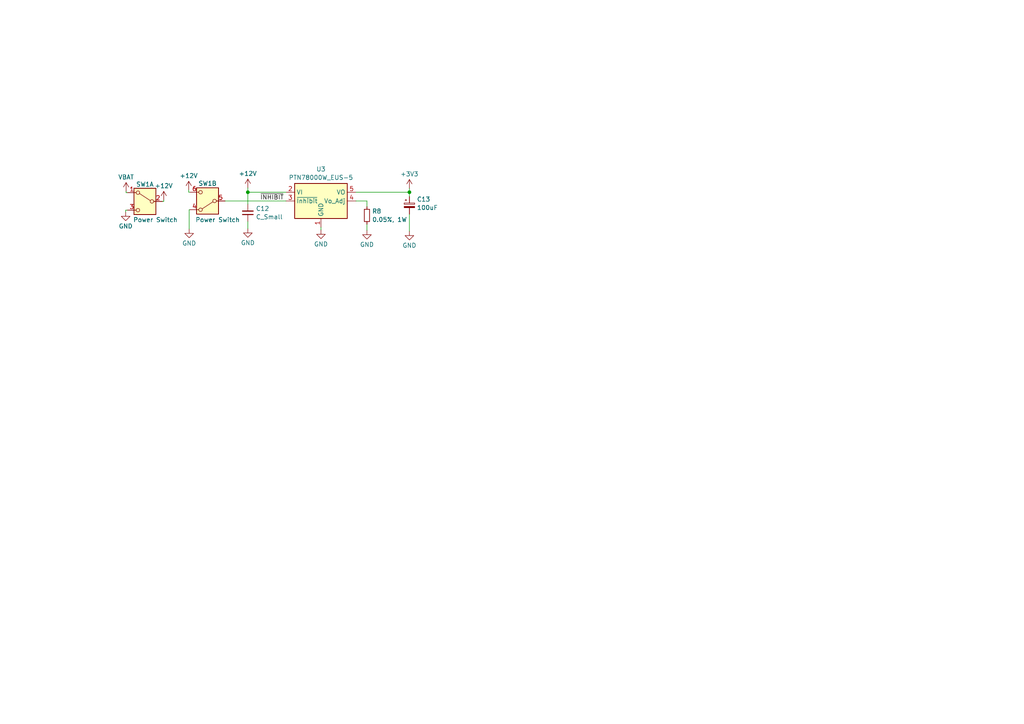
<source format=kicad_sch>
(kicad_sch (version 20230121) (generator eeschema)
  (paper "A4")
  (lib_symbols
    (symbol "Converter_DCDC:PTN78000W_EUS-5"
      (property "Reference" "U" (at -6.35 6.35 0))
      (property "Value" "PTN78000W_EUS-5" (at 3.81 6.35 0))
      (symbol "PTN78000W_EUS-5_0_1"
        (rectangle (start -7.62 5.08) (end 7.62 -5.08) (stroke (width 0.254)) (fill (type background)))
      )
      (symbol "PTN78000W_EUS-5_1_1"
        (pin power_in line (at 0 -7.62 90) (length 2.54) (name "GND") (number "1"))
        (pin power_in line (at -10.16 2.54 0) (length 2.54) (name "VI") (number "2"))
        (pin input line (at -10.16 0 0) (length 2.54) (name "~{Inhibit}") (number "3"))
        (pin output line (at 10.16 0 180) (length 2.54) (name "Vo_Adj") (number "4"))
        (pin power_out line (at 10.16 2.54 180) (length 2.54) (name "VO") (number "5"))
      )
    )
    (symbol "Device:C_Polarized_Small" (pin_numbers hide) (pin_names (offset 0.254) hide)
      (property "Reference" "C" (at 0.254 1.778 0))
      (property "Value" "C_Polarized_Small" (at 0.254 -2.032 0))
      (symbol "C_Polarized_Small_0_1"
        (rectangle (start -1.524 -0.3048) (end 1.524 -0.6858) (fill (type outline)))
        (rectangle (start -1.524 0.6858) (end 1.524 0.3048))
        (polyline (pts (xy -1.27 1.524) (xy -0.762 1.524)))
        (polyline (pts (xy -1.016 1.27) (xy -1.016 1.778)))
      )
      (symbol "C_Polarized_Small_1_1"
        (pin passive line (at 0 2.54 270) (length 1.8542) (name "~") (number "1"))
        (pin passive line (at 0 -2.54 90) (length 1.8542) (name "~") (number "2"))
      )
    )
    (symbol "Device:C_Small" (pin_numbers hide) (pin_names (offset 0.254) hide)
      (property "Reference" "C" (at 0.254 1.778 0))
      (property "Value" "C_Small" (at 0.254 -2.032 0))
      (symbol "C_Small_0_1"
        (polyline (pts (xy -1.524 -0.508) (xy 1.524 -0.508)) (stroke (width 0.3302)))
        (polyline (pts (xy -1.524 0.508) (xy 1.524 0.508)) (stroke (width 0.3048)))
      )
      (symbol "C_Small_1_1"
        (pin passive line (at 0 2.54 270) (length 2.032) (name "~") (number "1"))
        (pin passive line (at 0 -2.54 90) (length 2.032) (name "~") (number "2"))
      )
    )
    (symbol "Device:R_Small" (pin_numbers hide) (pin_names (offset 0.254) hide)
      (property "Reference" "R" (at 0.762 0.508 0))
      (property "Value" "R_Small" (at 0.762 -1.016 0))
      (symbol "R_Small_0_1"
        (rectangle (start -0.762 1.778) (end 0.762 -1.778) (stroke (width 0.2032)))
      )
      (symbol "R_Small_1_1"
        (pin passive line (at 0 2.54 270) (length 0.762) (name "~") (number "1"))
        (pin passive line (at 0 -2.54 90) (length 0.762) (name "~") (number "2"))
      )
    )
    (symbol "Switch:SW_DPDT_x2" (pin_names (offset 0) hide)
      (property "Reference" "SW" (at 0 5.08 0))
      (property "Value" "SW_DPDT_x2" (at 0 -5.08 0))
      (symbol "SW_DPDT_x2_0_0"
        (circle (center -2.032 0) (radius 0.508))
        (circle (center 2.032 -2.54) (radius 0.508))
      )
      (symbol "SW_DPDT_x2_0_1"
        (rectangle (start -3.175 3.81) (end 3.175 -3.81) (stroke (width 0.254)) (fill (type background)))
        (polyline (pts (xy -1.524 0.254) (xy 1.5748 2.286)))
        (circle (center 2.032 2.54) (radius 0.508))
      )
      (symbol "SW_DPDT_x2_1_1"
        (pin passive line (at 5.08 2.54 180) (length 2.54) (name "A") (number "1"))
        (pin passive line (at -5.08 0 0) (length 2.54) (name "B") (number "2"))
        (pin passive line (at 5.08 -2.54 180) (length 2.54) (name "C") (number "3"))
      )
      (symbol "SW_DPDT_x2_2_1"
        (pin passive line (at 5.08 2.54 180) (length 2.54) (name "A") (number "4"))
        (pin passive line (at -5.08 0 0) (length 2.54) (name "B") (number "5"))
        (pin passive line (at 5.08 -2.54 180) (length 2.54) (name "C") (number "6"))
      )
    )
    (symbol "custom:VBAT" (power) (pin_names (offset 0))
      (property "Value" "VBAT" (at 0 3.556 0))
      (symbol "VBAT_0_1"
        (polyline (pts (xy -0.762 1.27) (xy 0 2.54)))
        (polyline (pts (xy 0 0) (xy 0 2.54)))
        (polyline (pts (xy 0 2.54) (xy 0.762 1.27)))
      )
      (symbol "VBAT_1_1"
        (pin power_in line (at 0 0 90) (length 0) hide (name "VBAT") (number "1"))
      )
    )
    (symbol "power:+12V" (power) (pin_names (offset 0))
      (property "Value" "+12V" (at 0 3.556 0))
      (symbol "+12V_0_1"
        (polyline (pts (xy -0.762 1.27) (xy 0 2.54)))
        (polyline (pts (xy 0 0) (xy 0 2.54)))
        (polyline (pts (xy 0 2.54) (xy 0.762 1.27)))
      )
      (symbol "+12V_1_1"
        (pin power_in line (at 0 0 90) (length 0) hide (name "+12V") (number "1"))
      )
    )
    (symbol "power:+3V3" (power) (pin_names (offset 0))
      (property "Value" "+3V3" (at 0 3.556 0))
      (symbol "+3V3_0_1"
        (polyline (pts (xy -0.762 1.27) (xy 0 2.54)))
        (polyline (pts (xy 0 0) (xy 0 2.54)))
        (polyline (pts (xy 0 2.54) (xy 0.762 1.27)))
      )
      (symbol "+3V3_1_1"
        (pin power_in line (at 0 0 90) (length 0) hide (name "+3V3") (number "1"))
      )
    )
    (symbol "power:GND" (power) (pin_names (offset 0))
      (property "Value" "GND" (at 0 -3.81 0))
      (symbol "GND_0_1"
        (polyline (pts (xy 0 0) (xy 0 -1.27) (xy 1.27 -1.27) (xy 0 -2.54) (xy -1.27 -1.27) (xy 0 -1.27)))
      )
      (symbol "GND_1_1"
        (pin power_in line (at 0 0 270) (length 0) hide (name "GND") (number "1"))
      )
    )
  )
  (junction (at 71.882 55.753))
  (junction (at 118.745 55.753))
  (wire (pts (xy 71.882 55.753) (xy 71.882 59.182)))
  (wire (pts (xy 103.251 58.293) (xy 106.426 58.293)))
  (wire (pts (xy 65.278 58.293) (xy 82.931 58.293)))
  (wire (pts (xy 106.426 58.293) (xy 106.426 59.944)))
  (wire (pts (xy 36.449 61.468) (xy 36.449 60.96)))
  (wire (pts (xy 71.882 55.753) (xy 82.931 55.753)))
  (wire (pts (xy 118.745 55.753) (xy 118.745 57.023)))
  (wire (pts (xy 54.864 66.421) (xy 54.864 60.833)))
  (wire (pts (xy 36.576 55.499) (xy 36.576 55.88)))
  (wire (pts (xy 36.449 60.96) (xy 36.957 60.96)))
  (wire (pts (xy 71.882 64.262) (xy 71.882 66.294)))
  (wire (pts (xy 106.426 65.024) (xy 106.426 66.802)))
  (wire (pts (xy 103.251 55.753) (xy 118.745 55.753)))
  (wire (pts (xy 118.745 62.103) (xy 118.745 67.056)))
  (wire (pts (xy 93.091 65.913) (xy 93.091 66.675)))
  (wire (pts (xy 54.737 55.118) (xy 54.737 55.753)))
  (wire (pts (xy 54.737 55.753) (xy 55.118 55.753)))
  (wire (pts (xy 118.745 54.61) (xy 118.745 55.753)))
  (wire (pts (xy 47.117 58.42) (xy 47.498 58.42)))
  (wire (pts (xy 36.576 55.88) (xy 36.957 55.88)))
  (wire (pts (xy 54.864 60.833) (xy 55.118 60.833)))
  (wire (pts (xy 47.498 58.42) (xy 47.498 58.039)))
  (wire (pts (xy 71.882 54.483) (xy 71.882 55.753)))
  (label "~{INHIBIT}" (at 75.438 58.293 0))
  (symbol (lib_id "Converter_DCDC:PTN78000W_EUS-5") (at 93.091 58.293 0) (unit 1)
    (property "Reference" "U3" (at 93.091 49.0687 0))
    (property "Value" "PTN78000W_EUS-5" (at 93.091 51.4929 0))
    (property "Footprint" "Module:Texas_EUS_R-PDSS-T5_THT" (effects hide))
    (property "Datasheet" "https://www.ti.com/lit/ds/symlink/ptn78000w.pdf" (effects hide))
  )
  (symbol (lib_id "Device:R_Small") (at 106.426 62.484 0) (unit 1)
    (property "Reference" "R8" (at 107.9246 61.2719 0) (effects (justify left)))
    (property "Value" "0.05%, 1W" (at 107.9246 63.6961 0) (effects (justify left)))
  )
  (symbol (lib_id "power:+12V") (at 71.882 54.483 0) (unit 1)
    (property "Reference" "#PWR030" (effects hide))
    (property "Value" "+12V" (at 71.882 50.3499 0))
  )
  (symbol (lib_id "power:GND") (at 118.745 67.056 0) (unit 1)
    (property "Reference" "#PWR028" (effects hide))
    (property "Value" "GND" (at 118.745 71.1891 0))
  )
  (symbol (lib_id "power:GND") (at 36.449 61.468 0) (unit 1)
    (property "Reference" "#PWR032" (effects hide))
    (property "Value" "GND" (at 36.449 65.6011 0))
  )
  (symbol (lib_id "power:GND") (at 106.426 66.802 0) (unit 1)
    (property "Reference" "#PWR029" (effects hide))
    (property "Value" "GND" (at 106.426 70.9351 0))
  )
  (symbol (lib_id "Switch:SW_DPDT_x2") (at 42.037 58.42 0) (mirror y) (unit 1)
    (property "Reference" "SW1" (at 42.037 53.467 0))
    (property "Value" "Power Switch" (at 45.085 63.754 0))
  )
  (symbol (lib_id "power:+12V") (at 47.498 58.039 0) (unit 1)
    (property "Reference" "#PWR034" (effects hide))
    (property "Value" "+12V" (at 47.498 53.9059 0))
  )
  (symbol (lib_id "Device:C_Polarized_Small") (at 118.745 59.563 0) (unit 1)
    (property "Reference" "C13" (at 120.904 57.8048 0) (effects (justify left)))
    (property "Value" "100uF" (at 120.904 60.229 0) (effects (justify left)))
  )
  (symbol (lib_id "Device:C_Small") (at 71.882 61.722 180) (unit 1)
    (property "Reference" "C12" (at 74.2061 60.5035 0) (effects (justify right)))
    (property "Value" "C_Small" (at 74.2061 62.9277 0) (effects (justify right)))
  )
  (symbol (lib_id "power:GND") (at 93.091 66.675 0) (unit 1)
    (property "Reference" "#PWR027" (effects hide))
    (property "Value" "GND" (at 93.091 70.8081 0))
  )
  (symbol (lib_id "power:+3V3") (at 118.745 54.61 0) (unit 1)
    (property "Reference" "#PWR031" (effects hide))
    (property "Value" "+3V3" (at 118.745 50.4769 0))
  )
  (symbol (lib_id "power:GND") (at 54.864 66.421 0) (unit 1)
    (property "Reference" "#PWR035" (effects hide))
    (property "Value" "GND" (at 54.864 70.5541 0))
  )
  (symbol (lib_id "Switch:SW_DPDT_x2") (at 60.198 58.293 180) (unit 2)
    (property "Reference" "SW1" (at 60.198 53.213 0))
    (property "Value" "Power Switch" (at 63.119 63.754 0))
  )
  (symbol (lib_id "custom:VBAT") (at 36.576 55.499 0) (unit 1)
    (property "Reference" "#PWR033" (effects hide))
    (property "Value" "VBAT" (at 36.576 51.3659 0))
  )
  (symbol (lib_id "power:+12V") (at 54.737 55.118 0) (unit 1)
    (property "Reference" "#PWR036" (effects hide))
    (property "Value" "+12V" (at 54.737 50.9849 0))
  )
  (symbol (lib_id "power:GND") (at 71.882 66.294 0) (unit 1)
    (property "Reference" "#PWR026" (effects hide))
    (property "Value" "GND" (at 71.882 70.4271 0))
  )
)
</source>
